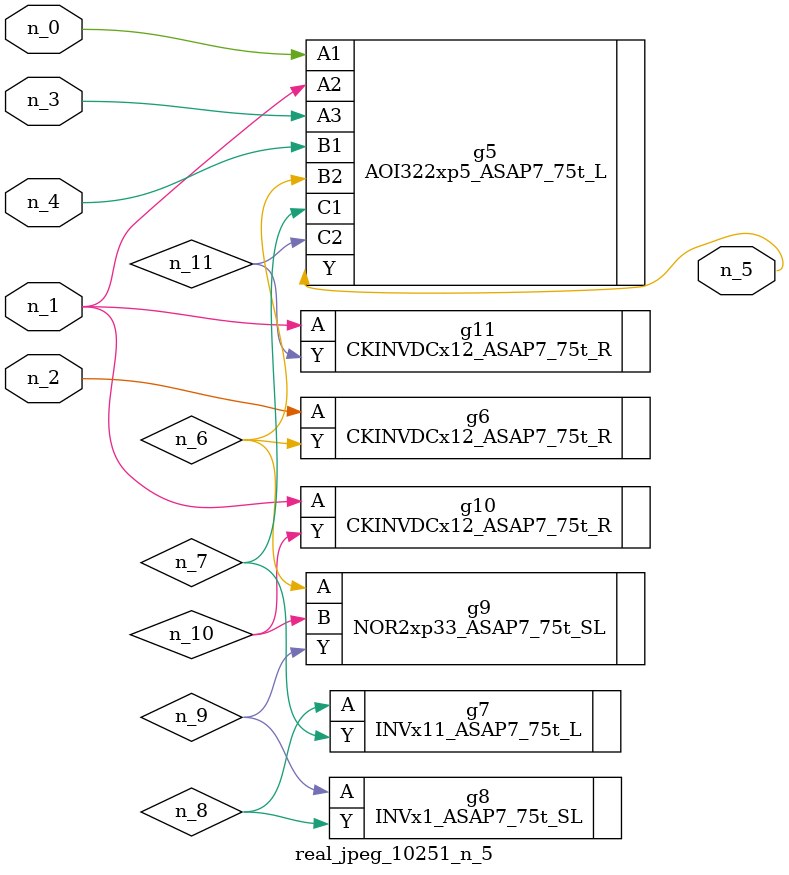
<source format=v>
module real_jpeg_10251_n_5 (n_4, n_0, n_1, n_2, n_3, n_5);

input n_4;
input n_0;
input n_1;
input n_2;
input n_3;

output n_5;

wire n_8;
wire n_11;
wire n_6;
wire n_7;
wire n_10;
wire n_9;

AOI322xp5_ASAP7_75t_L g5 ( 
.A1(n_0),
.A2(n_1),
.A3(n_3),
.B1(n_4),
.B2(n_6),
.C1(n_7),
.C2(n_11),
.Y(n_5)
);

CKINVDCx12_ASAP7_75t_R g10 ( 
.A(n_1),
.Y(n_10)
);

CKINVDCx12_ASAP7_75t_R g11 ( 
.A(n_1),
.Y(n_11)
);

CKINVDCx12_ASAP7_75t_R g6 ( 
.A(n_2),
.Y(n_6)
);

NOR2xp33_ASAP7_75t_SL g9 ( 
.A(n_6),
.B(n_10),
.Y(n_9)
);

INVx11_ASAP7_75t_L g7 ( 
.A(n_8),
.Y(n_7)
);

INVx1_ASAP7_75t_SL g8 ( 
.A(n_9),
.Y(n_8)
);


endmodule
</source>
